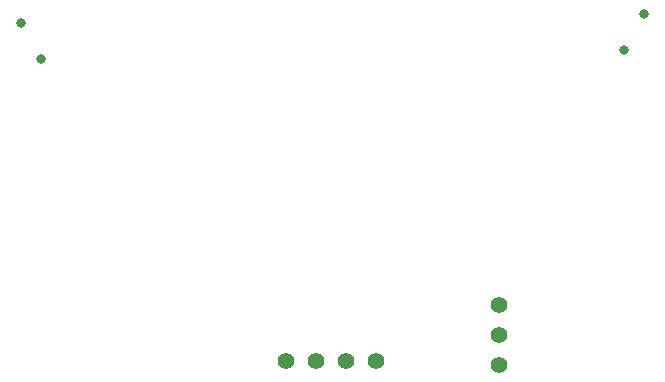
<source format=gbr>
%TF.GenerationSoftware,KiCad,Pcbnew,9.0.4*%
%TF.CreationDate,2025-09-08T14:37:00+02:00*%
%TF.ProjectId,pomodoro_timer,706f6d6f-646f-4726-9f5f-74696d65722e,rev?*%
%TF.SameCoordinates,Original*%
%TF.FileFunction,Plated,1,2,PTH,Drill*%
%TF.FilePolarity,Positive*%
%FSLAX46Y46*%
G04 Gerber Fmt 4.6, Leading zero omitted, Abs format (unit mm)*
G04 Created by KiCad (PCBNEW 9.0.4) date 2025-09-08 14:37:00*
%MOMM*%
%LPD*%
G01*
G04 APERTURE LIST*
%TA.AperFunction,ComponentDrill*%
%ADD10C,0.800000*%
%TD*%
%TA.AperFunction,ComponentDrill*%
%ADD11C,1.400000*%
%TD*%
G04 APERTURE END LIST*
D10*
%TO.C,C1*%
X70499000Y-92718456D03*
X72249000Y-95749544D03*
%TO.C,C2*%
X121553000Y-94987544D03*
X123303000Y-91956456D03*
D11*
%TO.C,J2*%
X92970000Y-121370000D03*
X95510000Y-121370000D03*
X98050000Y-121370000D03*
X100590000Y-121370000D03*
%TO.C,J1*%
X110998000Y-116586000D03*
X110998000Y-119126000D03*
X110998000Y-121666000D03*
M02*

</source>
